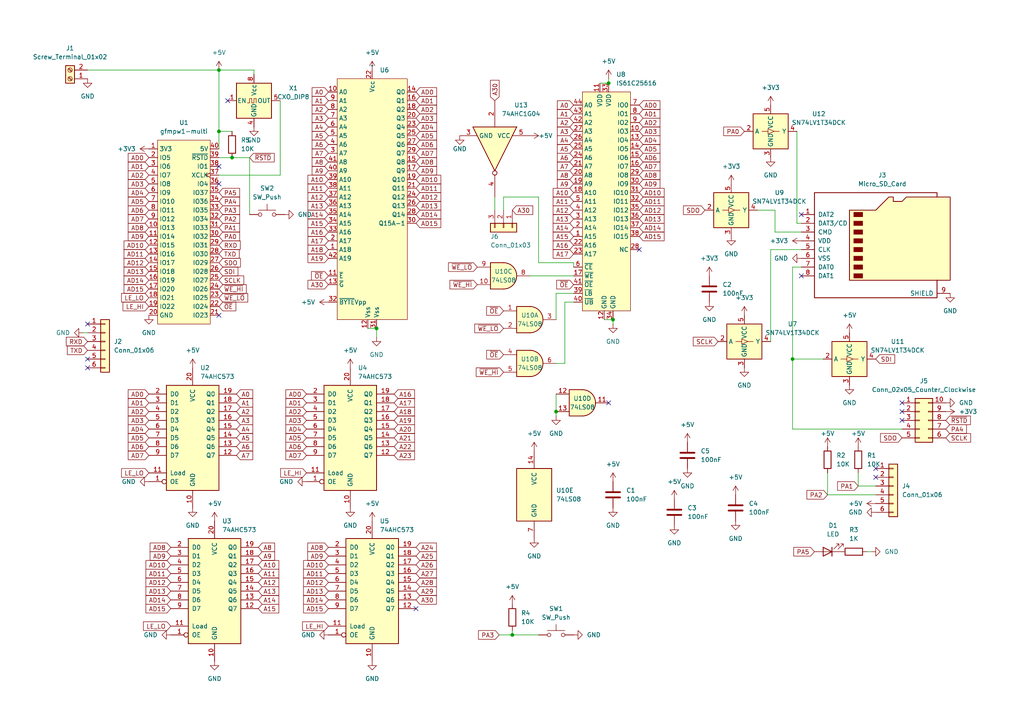
<source format=kicad_sch>
(kicad_sch (version 20231120) (generator "eeschema") (generator_version "8.0")
  (paper "A4")
  (junction (at 148.59 184.15))
  (junction (at 229.87 104.14))
  (junction (at 109.22 95.25))
  (junction (at 63.5 38.1))
  (junction (at 176.53 24.13))
  (junction (at 67.31 45.72))
  (junction (at 63.5 20.32))
  (junction (at 177.8 92.71))
  (junction (at 161.29 119.38))
  (no_connect (at 63.5 48.26))
  (no_connect (at 25.4 93.98))
  (no_connect (at 261.62 116.84))
  (no_connect (at 25.4 106.68))
  (no_connect (at 254 138.43))
  (no_connect (at 63.5 53.34))
  (no_connect (at 185.42 72.39))
  (no_connect (at 120.65 176.53))
  (no_connect (at 63.5 91.44))
  (no_connect (at 176.53 116.84))
  (no_connect (at 261.62 121.92))
  (no_connect (at 232.41 62.23))
  (no_connect (at 25.4 104.14))
  (no_connect (at 254 135.89))
  (no_connect (at 66.04 29.21))
  (no_connect (at 261.62 119.38))
  (no_connect (at 232.41 80.01))
  (wire (pts (xy 63.5 20.32) (xy 73.66 20.32)))
  (wire (pts (xy 176.53 22.86) (xy 176.53 24.13)))
  (wire (pts (xy 72.39 45.72) (xy 67.31 45.72)))
  (wire (pts (xy 229.87 124.46) (xy 229.87 104.14)))
  (wire (pts (xy 81.28 29.21) (xy 81.28 50.8)))
  (wire (pts (xy 232.41 77.47) (xy 229.87 77.47)))
  (wire (pts (xy 161.29 85.09) (xy 166.37 85.09)))
  (wire (pts (xy 156.21 57.15) (xy 156.21 76.2)))
  (wire (pts (xy 109.22 97.79) (xy 109.22 95.25)))
  (wire (pts (xy 63.5 38.1) (xy 67.31 38.1)))
  (wire (pts (xy 223.52 72.39) (xy 223.52 99.06)))
  (wire (pts (xy 156.21 76.2) (xy 166.37 76.2)))
  (wire (pts (xy 229.87 77.47) (xy 229.87 104.14)))
  (wire (pts (xy 248.92 140.97) (xy 254 140.97)))
  (wire (pts (xy 156.21 57.15) (xy 146.05 57.15)))
  (wire (pts (xy 161.29 92.71) (xy 161.29 85.09)))
  (wire (pts (xy 163.83 105.41) (xy 161.29 105.41)))
  (wire (pts (xy 109.22 95.25) (xy 106.68 95.25)))
  (wire (pts (xy 251.46 160.02) (xy 252.73 160.02)))
  (wire (pts (xy 248.92 137.16) (xy 248.92 140.97)))
  (wire (pts (xy 148.59 184.15) (xy 148.59 182.88)))
  (wire (pts (xy 166.37 87.63) (xy 163.83 87.63)))
  (wire (pts (xy 254 143.51) (xy 240.03 143.51)))
  (wire (pts (xy 63.5 20.32) (xy 63.5 38.1)))
  (wire (pts (xy 177.8 93.98) (xy 177.8 92.71)))
  (wire (pts (xy 231.14 38.1) (xy 231.14 64.77)))
  (wire (pts (xy 232.41 72.39) (xy 223.52 72.39)))
  (wire (pts (xy 63.5 45.72) (xy 67.31 45.72)))
  (wire (pts (xy 146.05 57.15) (xy 146.05 60.96)))
  (wire (pts (xy 163.83 87.63) (xy 163.83 105.41)))
  (wire (pts (xy 153.67 80.01) (xy 166.37 80.01)))
  (wire (pts (xy 224.79 60.96) (xy 224.79 67.31)))
  (wire (pts (xy 24.13 96.52) (xy 25.4 96.52)))
  (wire (pts (xy 161.29 114.3) (xy 161.29 119.38)))
  (wire (pts (xy 177.8 92.71) (xy 175.26 92.71)))
  (wire (pts (xy 240.03 143.51) (xy 240.03 137.16)))
  (wire (pts (xy 144.78 184.15) (xy 148.59 184.15)))
  (wire (pts (xy 148.59 184.15) (xy 156.21 184.15)))
  (wire (pts (xy 229.87 124.46) (xy 261.62 124.46)))
  (wire (pts (xy 25.4 20.32) (xy 63.5 20.32)))
  (wire (pts (xy 63.5 38.1) (xy 63.5 43.18)))
  (wire (pts (xy 231.14 64.77) (xy 232.41 64.77)))
  (wire (pts (xy 73.66 21.59) (xy 73.66 20.32)))
  (wire (pts (xy 81.28 50.8) (xy 63.5 50.8)))
  (wire (pts (xy 219.71 60.96) (xy 224.79 60.96)))
  (wire (pts (xy 224.79 67.31) (xy 232.41 67.31)))
  (wire (pts (xy 72.39 62.23) (xy 72.39 45.72)))
  (wire (pts (xy 176.53 24.13) (xy 173.99 24.13)))
  (wire (pts (xy 166.37 76.2) (xy 166.37 77.47)))
  (wire (pts (xy 143.51 57.15) (xy 143.51 60.96)))
  (wire (pts (xy 229.87 104.14) (xy 238.76 104.14)))
  (wire (pts (xy 161.29 119.38) (xy 161.29 120.65)))
  (global_label "A17" (shape input) (at 114.3 116.84 0) (property "Intersheetrefs" "${INTERSHEET_REFS}" (effects (hide yes))))
  (global_label "SCLK" (shape input) (at 63.5 81.28 0) (property "Intersheetrefs" "${INTERSHEET_REFS}" (effects (hide yes))))
  (global_label "AD15" (shape input) (at 185.42 68.58 0) (property "Intersheetrefs" "${INTERSHEET_REFS}" (effects (hide yes))))
  (global_label "A28" (shape input) (at 120.65 168.91 0) (property "Intersheetrefs" "${INTERSHEET_REFS}" (effects (hide yes))))
  (global_label "A30" (shape input) (at 148.59 60.96 0) (property "Intersheetrefs" "${INTERSHEET_REFS}" (effects (hide yes))))
  (global_label "AD6" (shape input) (at 185.42 45.72 0) (property "Intersheetrefs" "${INTERSHEET_REFS}" (effects (hide yes))))
  (global_label "AD7" (shape input) (at 185.42 48.26 0) (property "Intersheetrefs" "${INTERSHEET_REFS}" (effects (hide yes))))
  (global_label "A3" (shape input) (at 95.25 34.29 180) (property "Intersheetrefs" "${INTERSHEET_REFS}" (effects (hide yes))))
  (global_label "AD9" (shape input) (at 43.18 68.58 180) (property "Intersheetrefs" "${INTERSHEET_REFS}" (effects (hide yes))))
  (global_label "AD9" (shape input) (at 185.42 53.34 0) (property "Intersheetrefs" "${INTERSHEET_REFS}" (effects (hide yes))))
  (global_label "A20" (shape input) (at 114.3 124.46 0) (property "Intersheetrefs" "${INTERSHEET_REFS}" (effects (hide yes))))
  (global_label "AD5" (shape input) (at 43.18 127 180) (property "Intersheetrefs" "${INTERSHEET_REFS}" (effects (hide yes))))
  (global_label "A4" (shape input) (at 166.37 40.64 180) (property "Intersheetrefs" "${INTERSHEET_REFS}" (effects (hide yes))))
  (global_label "A24" (shape input) (at 120.65 158.75 0) (property "Intersheetrefs" "${INTERSHEET_REFS}" (effects (hide yes))))
  (global_label "AD0" (shape input) (at 185.42 30.48 0) (property "Intersheetrefs" "${INTERSHEET_REFS}" (effects (hide yes))))
  (global_label "AD0" (shape input) (at 43.18 45.72 180) (property "Intersheetrefs" "${INTERSHEET_REFS}" (effects (hide yes))))
  (global_label "A3" (shape input) (at 166.37 38.1 180) (property "Intersheetrefs" "${INTERSHEET_REFS}" (effects (hide yes))))
  (global_label "AD6" (shape input) (at 43.18 60.96 180) (property "Intersheetrefs" "${INTERSHEET_REFS}" (effects (hide yes))))
  (global_label "A13" (shape input) (at 166.37 63.5 180) (property "Intersheetrefs" "${INTERSHEET_REFS}" (effects (hide yes))))
  (global_label "AD7" (shape input) (at 120.65 44.45 0) (property "Intersheetrefs" "${INTERSHEET_REFS}" (effects (hide yes))))
  (global_label "A12" (shape input) (at 166.37 60.96 180) (property "Intersheetrefs" "${INTERSHEET_REFS}" (effects (hide yes))))
  (global_label "A9" (shape input) (at 95.25 49.53 180) (property "Intersheetrefs" "${INTERSHEET_REFS}" (effects (hide yes))))
  (global_label "A27" (shape input) (at 120.65 166.37 0) (property "Intersheetrefs" "${INTERSHEET_REFS}" (effects (hide yes))))
  (global_label "AD10" (shape input) (at 49.53 163.83 180) (property "Intersheetrefs" "${INTERSHEET_REFS}" (effects (hide yes))))
  (global_label "AD13" (shape input) (at 120.65 59.69 0) (property "Intersheetrefs" "${INTERSHEET_REFS}" (effects (hide yes))))
  (global_label "AD1" (shape input) (at 185.42 33.02 0) (property "Intersheetrefs" "${INTERSHEET_REFS}" (effects (hide yes))))
  (global_label "SCLK" (shape input) (at 208.28 99.06 180) (property "Intersheetrefs" "${INTERSHEET_REFS}" (effects (hide yes))))
  (global_label "SCLK" (shape input) (at 274.32 127 0) (property "Intersheetrefs" "${INTERSHEET_REFS}" (effects (hide yes))))
  (global_label "AD15" (shape input) (at 43.18 83.82 180) (property "Intersheetrefs" "${INTERSHEET_REFS}" (effects (hide yes))))
  (global_label "A22" (shape input) (at 114.3 129.54 0) (property "Intersheetrefs" "${INTERSHEET_REFS}" (effects (hide yes))))
  (global_label "LE_LO" (shape input) (at 49.53 181.61 180) (property "Intersheetrefs" "${INTERSHEET_REFS}" (effects (hide yes))))
  (global_label "A16" (shape input) (at 114.3 114.3 0) (property "Intersheetrefs" "${INTERSHEET_REFS}" (effects (hide yes))))
  (global_label "AD2" (shape input) (at 43.18 50.8 180) (property "Intersheetrefs" "${INTERSHEET_REFS}" (effects (hide yes))))
  (global_label "A8" (shape input) (at 74.93 158.75 0) (property "Intersheetrefs" "${INTERSHEET_REFS}" (effects (hide yes))))
  (global_label "AD2" (shape input) (at 88.9 119.38 180) (property "Intersheetrefs" "${INTERSHEET_REFS}" (effects (hide yes))))
  (global_label "AD3" (shape input) (at 88.9 121.92 180) (property "Intersheetrefs" "${INTERSHEET_REFS}" (effects (hide yes))))
  (global_label "AD8" (shape input) (at 49.53 158.75 180) (property "Intersheetrefs" "${INTERSHEET_REFS}" (effects (hide yes))))
  (global_label "AD10" (shape input) (at 185.42 55.88 0) (property "Intersheetrefs" "${INTERSHEET_REFS}" (effects (hide yes))))
  (global_label "A7" (shape input) (at 95.25 44.45 180) (property "Intersheetrefs" "${INTERSHEET_REFS}" (effects (hide yes))))
  (global_label "A29" (shape input) (at 120.65 171.45 0) (property "Intersheetrefs" "${INTERSHEET_REFS}" (effects (hide yes))))
  (global_label "AD4" (shape input) (at 120.65 36.83 0) (property "Intersheetrefs" "${INTERSHEET_REFS}" (effects (hide yes))))
  (global_label "AD9" (shape input) (at 95.25 161.29 180) (property "Intersheetrefs" "${INTERSHEET_REFS}" (effects (hide yes))))
  (global_label "AD2" (shape input) (at 43.18 119.38 180) (property "Intersheetrefs" "${INTERSHEET_REFS}" (effects (hide yes))))
  (global_label "AD2" (shape input) (at 185.42 35.56 0) (property "Intersheetrefs" "${INTERSHEET_REFS}" (effects (hide yes))))
  (global_label "A1" (shape input) (at 166.37 33.02 180) (property "Intersheetrefs" "${INTERSHEET_REFS}" (effects (hide yes))))
  (global_label "AD7" (shape input) (at 43.18 132.08 180) (property "Intersheetrefs" "${INTERSHEET_REFS}" (effects (hide yes))))
  (global_label "PA0" (shape input) (at 63.5 68.58 0) (property "Intersheetrefs" "${INTERSHEET_REFS}" (effects (hide yes))))
  (global_label "RXD" (shape input) (at 63.5 71.12 0) (property "Intersheetrefs" "${INTERSHEET_REFS}" (effects (hide yes))))
  (global_label "AD7" (shape input) (at 88.9 132.08 180) (property "Intersheetrefs" "${INTERSHEET_REFS}" (effects (hide yes))))
  (global_label "PA4" (shape input) (at 274.32 124.46 0) (property "Intersheetrefs" "${INTERSHEET_REFS}" (effects (hide yes))))
  (global_label "PA2" (shape input) (at 240.03 143.51 180) (property "Intersheetrefs" "${INTERSHEET_REFS}" (effects (hide yes))))
  (global_label "~{OE}" (shape input) (at 63.5 88.9 0) (property "Intersheetrefs" "${INTERSHEET_REFS}" (effects (hide yes))))
  (global_label "AD15" (shape input) (at 95.25 176.53 180) (property "Intersheetrefs" "${INTERSHEET_REFS}" (effects (hide yes))))
  (global_label "A25" (shape input) (at 120.65 161.29 0) (property "Intersheetrefs" "${INTERSHEET_REFS}" (effects (hide yes))))
  (global_label "AD5" (shape input) (at 120.65 39.37 0) (property "Intersheetrefs" "${INTERSHEET_REFS}" (effects (hide yes))))
  (global_label "LE_HI" (shape input) (at 43.18 88.9 180) (property "Intersheetrefs" "${INTERSHEET_REFS}" (effects (hide yes))))
  (global_label "~{WE_HI}" (shape input) (at 63.5 83.82 0) (property "Intersheetrefs" "${INTERSHEET_REFS}" (effects (hide yes))))
  (global_label "AD13" (shape input) (at 95.25 171.45 180) (property "Intersheetrefs" "${INTERSHEET_REFS}" (effects (hide yes))))
  (global_label "AD9" (shape input) (at 120.65 49.53 0) (property "Intersheetrefs" "${INTERSHEET_REFS}" (effects (hide yes))))
  (global_label "A8" (shape input) (at 166.37 50.8 180) (property "Intersheetrefs" "${INTERSHEET_REFS}" (effects (hide yes))))
  (global_label "A5" (shape input) (at 68.58 127 0) (property "Intersheetrefs" "${INTERSHEET_REFS}" (effects (hide yes))))
  (global_label "~{WE_HI}" (shape input) (at 138.43 82.55 180) (property "Intersheetrefs" "${INTERSHEET_REFS}" (effects (hide yes))))
  (global_label "A0" (shape input) (at 68.58 114.3 0) (property "Intersheetrefs" "${INTERSHEET_REFS}" (effects (hide yes))))
  (global_label "~{WE_HI}" (shape input) (at 146.05 107.95 180) (property "Intersheetrefs" "${INTERSHEET_REFS}" (effects (hide yes))))
  (global_label "AD4" (shape input) (at 43.18 55.88 180) (property "Intersheetrefs" "${INTERSHEET_REFS}" (effects (hide yes))))
  (global_label "A11" (shape input) (at 74.93 166.37 0) (property "Intersheetrefs" "${INTERSHEET_REFS}" (effects (hide yes))))
  (global_label "AD14" (shape input) (at 120.65 62.23 0) (property "Intersheetrefs" "${INTERSHEET_REFS}" (effects (hide yes))))
  (global_label "~{OE}" (shape input) (at 95.25 80.01 180) (property "Intersheetrefs" "${INTERSHEET_REFS}" (effects (hide yes))))
  (global_label "AD10" (shape input) (at 95.25 163.83 180) (property "Intersheetrefs" "${INTERSHEET_REFS}" (effects (hide yes))))
  (global_label "~{RSTD}" (shape input) (at 274.32 121.92 0) (property "Intersheetrefs" "${INTERSHEET_REFS}" (effects (hide yes))))
  (global_label "A13" (shape input) (at 95.25 59.69 180) (property "Intersheetrefs" "${INTERSHEET_REFS}" (effects (hide yes))))
  (global_label "A18" (shape input) (at 114.3 119.38 0) (property "Intersheetrefs" "${INTERSHEET_REFS}" (effects (hide yes))))
  (global_label "A26" (shape input) (at 120.65 163.83 0) (property "Intersheetrefs" "${INTERSHEET_REFS}" (effects (hide yes))))
  (global_label "A14" (shape input) (at 74.93 173.99 0) (property "Intersheetrefs" "${INTERSHEET_REFS}" (effects (hide yes))))
  (global_label "AD5" (shape input) (at 88.9 127 180) (property "Intersheetrefs" "${INTERSHEET_REFS}" (effects (hide yes))))
  (global_label "A6" (shape input) (at 95.25 41.91 180) (property "Intersheetrefs" "${INTERSHEET_REFS}" (effects (hide yes))))
  (global_label "A30" (shape input) (at 120.65 173.99 0) (property "Intersheetrefs" "${INTERSHEET_REFS}" (effects (hide yes))))
  (global_label "TXD" (shape input) (at 63.5 73.66 0) (property "Intersheetrefs" "${INTERSHEET_REFS}" (effects (hide yes))))
  (global_label "A11" (shape input) (at 166.37 58.42 180) (property "Intersheetrefs" "${INTERSHEET_REFS}" (effects (hide yes))))
  (global_label "A3" (shape input) (at 68.58 121.92 0) (property "Intersheetrefs" "${INTERSHEET_REFS}" (effects (hide yes))))
  (global_label "AD13" (shape input) (at 49.53 171.45 180) (property "Intersheetrefs" "${INTERSHEET_REFS}" (effects (hide yes))))
  (global_label "AD5" (shape input) (at 185.42 43.18 0) (property "Intersheetrefs" "${INTERSHEET_REFS}" (effects (hide yes))))
  (global_label "AD11" (shape input) (at 43.18 73.66 180) (property "Intersheetrefs" "${INTERSHEET_REFS}" (effects (hide yes))))
  (global_label "AD8" (shape input) (at 185.42 50.8 0) (property "Intersheetrefs" "${INTERSHEET_REFS}" (effects (hide yes))))
  (global_label "SDI" (shape input) (at 63.5 78.74 0) (property "Intersheetrefs" "${INTERSHEET_REFS}" (effects (hide yes))))
  (global_label "A14" (shape input) (at 166.37 66.04 180) (property "Intersheetrefs" "${INTERSHEET_REFS}" (effects (hide yes))))
  (global_label "AD15" (shape input) (at 120.65 64.77 0) (property "Intersheetrefs" "${INTERSHEET_REFS}" (effects (hide yes))))
  (global_label "A15" (shape input) (at 74.93 176.53 0) (property "Intersheetrefs" "${INTERSHEET_REFS}" (effects (hide yes))))
  (global_label "A8" (shape input) (at 95.25 46.99 180) (property "Intersheetrefs" "${INTERSHEET_REFS}" (effects (hide yes))))
  (global_label "AD6" (shape input) (at 88.9 129.54 180) (property "Intersheetrefs" "${INTERSHEET_REFS}" (effects (hide yes))))
  (global_label "SDO" (shape input) (at 63.5 76.2 0) (property "Intersheetrefs" "${INTERSHEET_REFS}" (effects (hide yes))))
  (global_label "A13" (shape input) (at 74.93 171.45 0) (property "Intersheetrefs" "${INTERSHEET_REFS}" (effects (hide yes))))
  (global_label "SDO" (shape input) (at 261.62 127 180) (property "Intersheetrefs" "${INTERSHEET_REFS}" (effects (hide yes))))
  (global_label "A0" (shape input) (at 166.37 30.48 180) (property "Intersheetrefs" "${INTERSHEET_REFS}" (effects (hide yes))))
  (global_label "A6" (shape input) (at 166.37 45.72 180) (property "Intersheetrefs" "${INTERSHEET_REFS}" (effects (hide yes))))
  (global_label "A18" (shape input) (at 95.25 72.39 180) (property "Intersheetrefs" "${INTERSHEET_REFS}" (effects (hide yes))))
  (global_label "A7" (shape input) (at 166.37 48.26 180) (property "Intersheetrefs" "${INTERSHEET_REFS}" (effects (hide yes))))
  (global_label "PA5" (shape input) (at 236.22 160.02 180) (property "Intersheetrefs" "${INTERSHEET_REFS}" (effects (hide yes))))
  (global_label "~{OE}" (shape input) (at 146.05 102.87 180) (property "Intersheetrefs" "${INTERSHEET_REFS}" (effects (hide yes))))
  (global_label "AD12" (shape input) (at 185.42 60.96 0) (property "Intersheetrefs" "${INTERSHEET_REFS}" (effects (hide yes))))
  (global_label "A0" (shape input) (at 95.25 26.67 180) (property "Intersheetrefs" "${INTERSHEET_REFS}" (effects (hide yes))))
  (global_label "AD3" (shape input) (at 43.18 121.92 180) (property "Intersheetrefs" "${INTERSHEET_REFS}" (effects (hide yes))))
  (global_label "SDI" (shape input) (at 254 104.14 0) (property "Intersheetrefs" "${INTERSHEET_REFS}" (effects (hide yes))))
  (global_label "A23" (shape input) (at 114.3 132.08 0) (property "Intersheetrefs" "${INTERSHEET_REFS}" (effects (hide yes))))
  (global_label "AD12" (shape input) (at 43.18 76.2 180) (property "Intersheetrefs" "${INTERSHEET_REFS}" (effects (hide yes))))
  (global_label "PA3" (shape input) (at 63.5 60.96 0) (property "Intersheetrefs" "${INTERSHEET_REFS}" (effects (hide yes))))
  (global_label "A15" (shape input) (at 95.25 64.77 180) (property "Intersheetrefs" "${INTERSHEET_REFS}" (effects (hide yes))))
  (global_label "A30" (shape input) (at 95.25 82.55 180) (property "Intersheetrefs" "${INTERSHEET_REFS}" (effects (hide yes))))
  (global_label "A30" (shape input) (at 143.51 29.21 90) (property "Intersheetrefs" "${INTERSHEET_REFS}" (effects (hide yes))))
  (global_label "~{WE_LO}" (shape input) (at 63.5 86.36 0) (property "Intersheetrefs" "${INTERSHEET_REFS}" (effects (hide yes))))
  (global_label "LE_HI" (shape input) (at 88.9 137.16 180) (property "Intersheetrefs" "${INTERSHEET_REFS}" (effects (hide yes))))
  (global_label "~{OE}" (shape input) (at 146.05 90.17 180) (property "Intersheetrefs" "${INTERSHEET_REFS}" (effects (hide yes))))
  (global_label "A9" (shape input) (at 166.37 53.34 180) (property "Intersheetrefs" "${INTERSHEET_REFS}" (effects (hide yes))))
  (global_label "AD3" (shape input) (at 185.42 38.1 0) (property "Intersheetrefs" "${INTERSHEET_REFS}" (effects (hide yes))))
  (global_label "AD3" (shape input) (at 120.65 34.29 0) (property "Intersheetrefs" "${INTERSHEET_REFS}" (effects (hide yes))))
  (global_label "A6" (shape input) (at 68.58 129.54 0) (property "Intersheetrefs" "${INTERSHEET_REFS}" (effects (hide yes))))
  (global_label "A9" (shape input) (at 74.93 161.29 0) (property "Intersheetrefs" "${INTERSHEET_REFS}" (effects (hide yes))))
  (global_label "AD1" (shape input) (at 43.18 116.84 180) (property "Intersheetrefs" "${INTERSHEET_REFS}" (effects (hide yes))))
  (global_label "TXD" (shape input) (at 25.4 101.6 180) (property "Intersheetrefs" "${INTERSHEET_REFS}" (effects (hide yes))))
  (global_label "AD3" (shape input) (at 43.18 53.34 180) (property "Intersheetrefs" "${INTERSHEET_REFS}" (effects (hide yes))))
  (global_label "AD8" (shape input) (at 120.65 46.99 0) (property "Intersheetrefs" "${INTERSHEET_REFS}" (effects (hide yes))))
  (global_label "A2" (shape input) (at 95.25 31.75 180) (property "Intersheetrefs" "${INTERSHEET_REFS}" (effects (hide yes))))
  (global_label "A19" (shape input) (at 114.3 121.92 0) (property "Intersheetrefs" "${INTERSHEET_REFS}" (effects (hide yes))))
  (global_label "AD14" (shape input) (at 43.18 81.28 180) (property "Intersheetrefs" "${INTERSHEET_REFS}" (effects (hide yes))))
  (global_label "AD11" (shape input) (at 185.42 58.42 0) (property "Intersheetrefs" "${INTERSHEET_REFS}" (effects (hide yes))))
  (global_label "AD10" (shape input) (at 120.65 52.07 0) (property "Intersheetrefs" "${INTERSHEET_REFS}" (effects (hide yes))))
  (global_label "AD1" (shape input) (at 120.65 29.21 0) (property "Intersheetrefs" "${INTERSHEET_REFS}" (effects (hide yes))))
  (global_label "AD11" (shape input) (at 95.25 166.37 180) (property "Intersheetrefs" "${INTERSHEET_REFS}" (effects (hide yes))))
  (global_label "AD0" (shape input) (at 120.65 26.67 0) (property "Intersheetrefs" "${INTERSHEET_REFS}" (effects (hide yes))))
  (global_label "~{RSTD}" (shape input) (at 72.39 45.72 0) (property "Intersheetrefs" "${INTERSHEET_REFS}" (effects (hide yes))))
  (global_label "AD0" (shape input) (at 43.18 114.3 180) (property "Intersheetrefs" "${INTERSHEET_REFS}" (effects (hide yes))))
  (global_label "AD4" (shape input) (at 185.42 40.64 0) (property "Intersheetrefs" "${INTERSHEET_REFS}" (effects (hide yes))))
  (global_label "A2" (shape input) (at 166.37 35.56 180) (property "Intersheetrefs" "${INTERSHEET_REFS}" (effects (hide yes))))
  (global_label "A7" (shape input) (at 68.58 132.08 0) (property "Intersheetrefs" "${INTERSHEET_REFS}" (effects (hide yes))))
  (global_label "AD4" (shape input) (at 43.18 124.46 180) (property "Intersheetrefs" "${INTERSHEET_REFS}" (effects (hide yes))))
  (global_label "A17" (shape input) (at 166.37 73.66 180) (property "Intersheetrefs" "${INTERSHEET_REFS}" (effects (hide yes))))
  (global_label "AD11" (shape input) (at 120.65 54.61 0) (property "Intersheetrefs" "${INTERSHEET_REFS}" (effects (hide yes))))
  (global_label "RXD" (shape input) (at 25.4 99.06 180) (property "Intersheetrefs" "${INTERSHEET_REFS}" (effects (hide yes))))
  (global_label "AD10" (shape input) (at 43.18 71.12 180) (property "Intersheetrefs" "${INTERSHEET_REFS}" (effects (hide yes))))
  (global_label "A5" (shape input) (at 166.37 43.18 180) (property "Intersheetrefs" "${INTERSHEET_REFS}" (effects (hide yes))))
  (global_label "A19" (shape input) (at 95.25 74.93 180) (property "Intersheetrefs" "${INTERSHEET_REFS}" (effects (hide yes))))
  (global_label "AD12" (shape input) (at 95.25 168.91 180) (property "Intersheetrefs" "${INTERSHEET_REFS}" (effects (hide yes))))
  (global_label "SDO" (shape input) (at 204.47 60.96 180) (property "Intersheetrefs" "${INTERSHEET_REFS}" (effects (hide yes))))
  (global_label "AD11" (shape input) (at 49.53 166.37 180) (property "Intersheetrefs" "${INTERSHEET_REFS}" (effects (hide yes))))
  (global_label "A10" (shape input) (at 74.93 163.83 0) (property "Intersheetrefs" "${INTERSHEET_REFS}" (effects (hide yes))))
  (global_label "PA2" (shape input) (at 63.5 63.5 0) (property "Intersheetrefs" "${INTERSHEET_REFS}" (effects (hide yes))))
  (global_label "A11" (shape input) (at 95.25 54.61 180) (property "Intersheetrefs" "${INTERSHEET_REFS}" (effects (hide yes))))
  (global_label "LE_LO" (shape input) (at 43.18 137.16 180) (property "Intersheetrefs" "${INTERSHEET_REFS}" (effects (hide yes))))
  (global_label "AD2" (shape input) (at 120.65 31.75 0) (property "Intersheetrefs" "${INTERSHEET_REFS}" (effects (hide yes))))
  (global_label "~{WE_LO}" (shape input) (at 146.05 95.25 180) (property "Intersheetrefs" "${INTERSHEET_REFS}" (effects (hide yes))))
  (global_label "A5" (shape input) (at 95.25 39.37 180) (property "Intersheetrefs" "${INTERSHEET_REFS}" (effects (hide yes))))
  (global_label "A21" (shape input) (at 114.3 127 0) (property "Intersheetrefs" "${INTERSHEET_REFS}" (effects (hide yes))))
  (global_label "AD13" (shape input) (at 185.42 63.5 0) (property "Intersheetrefs" "${INTERSHEET_REFS}" (effects (hide yes))))
  (global_label "AD14" (shape input) (at 185.42 66.04 0) (property "Intersheetrefs" "${INTERSHEET_REFS}" (effects (hide yes))))
  (global_label "AD5" (shape input) (at 43.18 58.42 180) (property "Intersheetrefs" "${INTERSHEET_REFS}" (effects (hide yes))))
  (global_label "AD12" (shape input) (at 120.65 57.15 0) (property "Intersheetrefs" "${INTERSHEET_REFS}" (effects (hide yes))))
  (global_label "PA0" (shape input) (at 215.9 38.1 180) (property "Intersheetrefs" "${INTERSHEET_REFS}" (effects (hide yes))))
  (global_label "A17" (shape input) (at 95.25 69.85 180) (property "Intersheetrefs" "${INTERSHEET_REFS}" (effects (hide yes))))
  (global_label "AD8" (shape input) (at 43.18 66.04 180) (property "Intersheetrefs" "${INTERSHEET_REFS}" (effects (hide yes))))
  (global_label "A2" (shape input) (at 68.58 119.38 0) (property "Intersheetrefs" "${INTERSHEET_REFS}" (effects (hide yes))))
  (global_label "AD0" (shape input) (at 88.9 114.3 180) (property "Intersheetrefs" "${INTERSHEET_REFS}" (effects (hide yes))))
  (global_label "AD6" (shape input) (at 120.65 41.91 0) (property "Intersheetrefs" "${INTERSHEET_REFS}" (effects (hide yes))))
  (global_label "~{WE_LO}" (shape input) (at 138.43 77.47 180) (property "Intersheetrefs" "${INTERSHEET_REFS}" (effects (hide yes))))
  (global_label "LE_LO" (shape input) (at 43.18 86.36 180) (property "Intersheetrefs" "${INTERSHEET_REFS}" (effects (hide yes))))
  (global_label "AD14" (shape input) (at 95.25 173.99 180) (property "Intersheetrefs" "${INTERSHEET_REFS}" (effects (hide yes))))
  (global_label "A1" (shape input) (at 95.25 29.21 180) (property "Intersheetrefs" "${INTERSHEET_REFS}" (effects (hide yes))))
  (global_label "A10" (shape input) (at 166.37 55.88 180) (property "Intersheetrefs" "${INTERSHEET_REFS}" (effects (hide yes))))
  (global_label "AD7" (shape input) (at 43.18 63.5 180) (property "Intersheetrefs" "${INTERSHEET_REFS}" (effects (hide yes))))
  (global_label "AD9" (shape input) (at 49.53 161.29 180) (property "Intersheetrefs" "${INTERSHEET_REFS}" (effects (hide yes))))
  (global_label "AD6" (shape input) (at 43.18 129.54 180) (property "Intersheetrefs" "${INTERSHEET_REFS}" (effects (hide yes))))
  (global_label "A16" (shape input) (at 166.37 71.12 180) (property "Intersheetrefs" "${INTERSHEET_REFS}" (effects (hide yes))))
  (global_label "PA3" (shape input) (at 144.78 184.15 180) (property "Intersheetrefs" "${INTERSHEET_REFS}" (effects (hide yes))))
  (global_label "A1" (shape input) (at 68.58 116.84 0) (property "Intersheetrefs" "${INTERSHEET_REFS}" (effects (hide yes))))
  (global_label "AD8" (shape input) (at 95.25 158.75 180) (property "Intersheetrefs" "${INTERSHEET_REFS}" (effects (hide yes))))
  (global_label "PA4" (shape input) (at 63.5 58.42 0) (property "Intersheetrefs" "${INTERSHEET_REFS}" (effects (hide yes))))
  (global_label "PA5" (shape input) (at 63.5 55.88 0) (property "Intersheetrefs" "${INTERSHEET_REFS}" (effects (hide yes))))
  (global_label "AD12" (shape input) (at 49.53 168.91 180) (property "Intersheetrefs" "${INTERSHEET_REFS}" (effects (hide yes))))
  (global_label "A15" (shape input) (at 166.37 68.58 180) (property "Intersheetrefs" "${INTERSHEET_REFS}" (effects (hide yes))))
  (global_label "AD1" (shape input) (at 43.18 48.26 180) (property "Intersheetrefs" "${INTERSHEET_REFS}" (effects (hide yes))))
  (global_label "A4" (shape input) (at 68.58 124.46 0) (property "Intersheetrefs" "${INTERSHEET_REFS}" (effects (hide yes))))
  (global_label "AD15" (shape input) (at 49.53 176.53 180) (property "Intersheetrefs" "${INTERSHEET_REFS}" (effects (hide yes))))
  (global_label "A10" (shape input) (at 95.25 52.07 180) (property "Intersheetrefs" "${INTERSHEET_REFS}" (effects (hide yes))))
  (global_label "~{OE}" (shape input) (at 166.37 82.55 180) (property "Intersheetrefs" "${INTERSHEET_REFS}" (effects (hide yes))))
  (global_label "A14" (shape input) (at 95.25 62.23 180) (property "Intersheetrefs" "${INTERSHEET_REFS}" (effects (hide yes))))
  (global_label "AD1" (shape input) (at 88.9 116.84 180) (property "Intersheetrefs" "${INTERSHEET_REFS}" (effects (hide yes))))
  (global_label "A4" (shape input) (at 95.25 36.83 180) (property "Intersheetrefs" "${INTERSHEET_REFS}" (effects (hide yes))))
  (global_label "AD14" (shape input) (at 49.53 173.99 180) (property "Intersheetrefs" "${INTERSHEET_REFS}" (effects (hide yes))))
  (global_label "A16" (shape input) (at 95.25 67.31 180) (property "Intersheetrefs" "${INTERSHEET_REFS}" (effects (hide yes))))
  (global_label "LE_HI" (shape input) (at 95.25 181.61 180) (property "Intersheetrefs" "${INTERSHEET_REFS}" (effects (hide yes))))
  (global_label "PA1" (shape input) (at 248.92 140.97 180) (property "Intersheetrefs" "${INTERSHEET_REFS}" (effects (hide yes))))
  (global_label "PA1" (shape input) (at 63.5 66.04 0) (property "Intersheetrefs" "${INTERSHEET_REFS}" (effects (hide yes))))
  (global_label "A12" (shape input) (at 95.25 57.15 180) (property "Intersheetrefs" "${INTERSHEET_REFS}" (effects (hide yes))))
  (global_label "A12" (shape input) (at 74.93 168.91 0) (property "Intersheetrefs" "${INTERSHEET_REFS}" (effects (hide yes))))
  (global_label "AD13" (shape input) (at 43.18 78.74 180) (property "Intersheetrefs" "${INTERSHEET_REFS}" (effects (hide yes))))
  (global_label "AD4" (shape input) (at 88.9 124.46 180) (property "Intersheetrefs" "${INTERSHEET_REFS}" (effects (hide yes))))
  (symbol (lib_id "Connector_Generic:Conn_02x05_Counter_Clockwise") (at 266.7 121.92 0) (unit 1)
    (property "Reference" "J5" (at 267.97 110.49 0))
    (property "Value" "Conn_02x05_Counter_Clockwise" (at 267.97 113.03 0))
    (property "Footprint" "Connector_PinHeader_2.54mm:PinHeader_2x05_P2.54mm_Vertical" (effects (hide yes)))
  )
  (symbol (lib_id "power:+5V") (at 177.8 139.7 0) (unit 1)
    (property "Reference" "#PWR038" (effects (hide yes)))
    (property "Value" "+5V" (at 177.8 134.62 0))
  )
  (symbol (lib_id "power:+5V") (at 246.38 96.52 0) (unit 1)
    (property "Reference" "#PWR035" (effects (hide yes)))
    (property "Value" "+5V" (at 246.38 91.44 0))
  )
  (symbol (lib_id "power:GND") (at 223.52 45.72 0) (unit 1)
    (property "Reference" "#PWR036" (effects (hide yes)))
    (property "Value" "GND" (at 223.52 50.8 0))
  )
  (symbol (lib_id "power:+5V") (at 63.5 20.32 0) (unit 1)
    (property "Reference" "#PWR05" (effects (hide yes)))
    (property "Value" "+5V" (at 63.5 15.24 0))
  )
  (symbol (lib_id "Device:R") (at 247.65 160.02 90) (unit 1)
    (property "Reference" "R3" (at 247.65 153.67 90))
    (property "Value" "1K" (at 247.65 156.21 90))
    (property "Footprint" "Resistor_THT:R_Axial_DIN0204_L3.6mm_D1.6mm_P7.62mm_Horizontal" (effects (hide yes)))
  )
  (symbol (lib_id "Device:R") (at 67.31 41.91 0) (unit 1)
    (property "Reference" "R5" (at 69.85 40.64 0) (effects (justify left)))
    (property "Value" "10K" (at 69.85 43.18 0) (effects (justify left)))
    (property "Footprint" "Resistor_THT:R_Axial_DIN0204_L3.6mm_D1.6mm_P7.62mm_Horizontal" (effects (hide yes)))
  )
  (symbol (lib_id "power:GND") (at 88.9 139.7 270) (unit 1)
    (property "Reference" "#PWR010" (effects (hide yes)))
    (property "Value" "GND" (at 85.09 139.7 90) (effects (justify right)))
  )
  (symbol (lib_id "Device:R") (at 248.92 133.35 0) (unit 1)
    (property "Reference" "R1" (at 251.46 132.08 0) (effects (justify left)))
    (property "Value" "10K" (at 251.46 134.62 0) (effects (justify left)))
    (property "Footprint" "Resistor_THT:R_Axial_DIN0204_L3.6mm_D1.6mm_P7.62mm_Horizontal" (effects (hide yes)))
  )
  (symbol (lib_id "Logic_LevelTranslator:SN74LV1T34DCK") (at 215.9 99.06 0) (unit 1)
    (property "Reference" "U7" (at 229.87 93.98 0))
    (property "Value" "SN74LV1T34DCK" (at 229.87 96.52 0))
    (property "Footprint" "Package_TO_SOT_SMD:SOT-23-5" (effects (hide yes)))
    (property "Datasheet" "https://www.ti.com/lit/ds/symlink/sn74lv1t34.pdf" (effects (hide yes)))
  )
  (symbol (lib_id "power:GND") (at 213.36 151.13 0) (unit 1)
    (property "Reference" "#PWR045" (effects (hide yes)))
    (property "Value" "GND" (at 213.36 156.21 0))
  )
  (symbol (lib_id "power:+5V") (at 62.23 151.13 0) (unit 1)
    (property "Reference" "#PWR08" (effects (hide yes)))
    (property "Value" "+5V" (at 62.23 146.05 0))
  )
  (symbol (lib_id "Device:C") (at 199.39 132.08 0) (unit 1)
    (property "Reference" "C5" (at 203.2 130.81 0) (effects (justify left)))
    (property "Value" "100nF" (at 203.2 133.35 0) (effects (justify left)))
    (property "Footprint" "Capacitor_THT:C_Disc_D3.8mm_W2.6mm_P2.50mm" (effects (hide yes)))
  )
  (symbol (lib_id "power:+3V3") (at 212.09 53.34 0) (unit 1)
    (property "Reference" "#PWR032" (effects (hide yes)))
    (property "Value" "+3V3" (at 212.09 48.26 0))
  )
  (symbol (lib_id "Logic_LevelTranslator:SN74LV1T34DCK") (at 212.09 60.96 0) (unit 1)
    (property "Reference" "U9" (at 226.06 55.88 0))
    (property "Value" "SN74LV1T34DCK" (at 226.06 58.42 0))
    (property "Footprint" "Package_TO_SOT_SMD:SOT-23-5" (effects (hide yes)))
    (property "Datasheet" "https://www.ti.com/lit/ds/symlink/sn74lv1t34.pdf" (effects (hide yes)))
  )
  (symbol (lib_id "power:+5V") (at 95.25 87.63 90) (unit 1)
    (property "Reference" "#PWR018" (effects (hide yes)))
    (property "Value" "+5V" (at 91.44 87.63 90) (effects (justify left)))
  )
  (symbol (lib_id "power:GND") (at 62.23 191.77 0) (unit 1)
    (property "Reference" "#PWR09" (effects (hide yes)))
    (property "Value" "GND" (at 62.23 196.85 0))
  )
  (symbol (lib_id "Connector_Generic:Conn_01x06") (at 30.48 99.06 0) (unit 1)
    (property "Reference" "J2" (at 33.02 99.06 0) (effects (justify left)))
    (property "Value" "Conn_01x06" (at 33.02 101.6 0) (effects (justify left)))
    (property "Footprint" "Connector_PinSocket_2.54mm:PinSocket_1x06_P2.54mm_Vertical" (effects (hide yes)))
  )
  (symbol (lib_id "74xGxx:74AHC1G04") (at 143.51 44.45 270) (unit 1)
    (property "Reference" "U13" (at 151.13 30.48 90))
    (property "Value" "74AHC1G04" (at 151.13 33.02 90))
    (property "Footprint" "TholinsStuff:SOIC-6" (effects (hide yes)))
    (property "Datasheet" "http://www.ti.com/lit/sg/scyt129e/scyt129e.pdf" (effects (hide yes)))
  )
  (symbol (lib_id "power:+5V") (at 107.95 20.32 0) (unit 1)
    (property "Reference" "#PWR016" (effects (hide yes)))
    (property "Value" "+5V" (at 107.95 15.24 0))
  )
  (symbol (lib_id "power:+5V") (at 148.59 175.26 0) (unit 1)
    (property "Reference" "#PWR053" (effects (hide yes)))
    (property "Value" "+5V" (at 148.59 170.18 0))
  )
  (symbol (lib_id "Connector_Generic:Conn_01x06") (at 259.08 140.97 0) (unit 1)
    (property "Reference" "J4" (at 261.62 140.97 0) (effects (justify left)))
    (property "Value" "Conn_01x06" (at 261.62 143.51 0) (effects (justify left)))
    (property "Footprint" "Connector_PinHeader_2.54mm:PinHeader_1x06_P2.54mm_Vertical" (effects (hide yes)))
  )
  (symbol (lib_id "74xx:74LS08") (at 154.94 143.51 0) (unit 5)
    (property "Reference" "U10" (at 161.29 142.24 0) (effects (justify left)))
    (property "Value" "74LS08" (at 161.29 144.78 0) (effects (justify left)))
    (property "Footprint" "Package_SO:SO-14_3.9x8.65mm_P1.27mm" (effects (hide yes)))
    (property "Datasheet" "http://www.ti.com/lit/gpn/sn74LS08" (effects (hide yes)))
  )
  (symbol (lib_id "power:+3V3") (at 232.41 69.85 90) (unit 1)
    (property "Reference" "#PWR029" (effects (hide yes)))
    (property "Value" "+3V3" (at 228.6 69.85 90) (effects (justify left)))
  )
  (symbol (lib_id "Connector_Generic:Conn_01x03") (at 146.05 66.04 270) (unit 1)
    (property "Reference" "J6" (at 142.24 68.58 90) (effects (justify left)))
    (property "Value" "Conn_01x03" (at 142.24 71.12 90) (effects (justify left)))
    (property "Footprint" "Connector_PinHeader_2.54mm:PinHeader_1x03_P2.54mm_Vertical" (effects (hide yes)))
  )
  (symbol (lib_id "Device:C") (at 205.74 83.82 0) (unit 1)
    (property "Reference" "C2" (at 209.55 82.55 0) (effects (justify left)))
    (property "Value" "100nF" (at 209.55 85.09 0) (effects (justify left)))
    (property "Footprint" "Capacitor_THT:C_Disc_D3.8mm_W2.6mm_P2.50mm" (effects (hide yes)))
  )
  (symbol (lib_id "Oscillator:CXO_DIP8") (at 73.66 29.21 0) (unit 1)
    (property "Reference" "X1" (at 85.09 25.5621 0))
    (property "Value" "CXO_DIP8" (at 85.09 28.1021 0))
    (property "Footprint" "Oscillator:Oscillator_DIP-8" (effects (hide yes)))
    (property "Datasheet" "http://cdn-reichelt.de/documents/datenblatt/B400/OSZI.pdf" (effects (hide yes)))
  )
  (symbol (lib_id "power:GND") (at 215.9 106.68 0) (unit 1)
    (property "Reference" "#PWR031" (effects (hide yes)))
    (property "Value" "GND" (at 215.9 111.76 0))
  )
  (symbol (lib_id "power:GND") (at 275.59 85.09 0) (unit 1)
    (property "Reference" "#PWR027" (effects (hide yes)))
    (property "Value" "GND" (at 275.59 90.17 0))
  )
  (symbol (lib_id "74xx:74LS08") (at 168.91 116.84 0) (unit 4)
    (property "Reference" "U10" (at 168.91 115.57 0))
    (property "Value" "74LS08" (at 168.91 118.11 0))
    (property "Footprint" "Package_SO:SO-14_3.9x8.65mm_P1.27mm" (effects (hide yes)))
    (property "Datasheet" "http://www.ti.com/lit/gpn/sn74LS08" (effects (hide yes)))
  )
  (symbol (lib_id "74xx:74LS573") (at 101.6 127 0) (unit 1)
    (property "Reference" "U4" (at 103.7941 106.68 0) (effects (justify left)))
    (property "Value" "74AHC573" (at 103.7941 109.22 0) (effects (justify left)))
    (property "Footprint" "Package_SO:TSSOP-20_4.4x6.5mm_P0.65mm" (effects (hide yes)))
    (property "Datasheet" "74xx/74hc573.pdf" (effects (hide yes)))
  )
  (symbol (lib_id "power:GND") (at 205.74 87.63 0) (unit 1)
    (property "Reference" "#PWR041" (effects (hide yes)))
    (property "Value" "GND" (at 205.74 92.71 0))
  )
  (symbol (lib_id "74xx:74LS573") (at 62.23 171.45 0) (unit 1)
    (property "Reference" "U3" (at 64.4241 151.13 0) (effects (justify left)))
    (property "Value" "74AHC573" (at 64.4241 153.67 0) (effects (justify left)))
    (property "Footprint" "Package_SO:TSSOP-20_4.4x6.5mm_P0.65mm" (effects (hide yes)))
    (property "Datasheet" "74xx/74hc573.pdf" (effects (hide yes)))
  )
  (symbol (lib_id "Device:C") (at 213.36 147.32 0) (unit 1)
    (property "Reference" "C4" (at 217.17 146.05 0) (effects (justify left)))
    (property "Value" "100nF" (at 217.17 148.59 0) (effects (justify left)))
    (property "Footprint" "Capacitor_THT:C_Disc_D3.8mm_W2.6mm_P2.50mm" (effects (hide yes)))
  )
  (symbol (lib_id "power:GND") (at 73.66 36.83 0) (unit 1)
    (property "Reference" "#PWR055" (effects (hide yes)))
    (property "Value" "GND" (at 73.66 40.64 0))
  )
  (symbol (lib_id "74xx:74LS08") (at 146.05 80.01 0) (unit 3)
    (property "Reference" "U10" (at 146.05 78.74 0))
    (property "Value" "74LS08" (at 146.05 81.28 0))
    (property "Footprint" "Package_SO:SO-14_3.9x8.65mm_P1.27mm" (effects (hide yes)))
    (property "Datasheet" "http://www.ti.com/lit/gpn/sn74LS08" (effects (hide yes)))
  )
  (symbol (lib_id "power:GND") (at 154.94 156.21 0) (unit 1)
    (property "Reference" "#PWR022" (effects (hide yes)))
    (property "Value" "GND" (at 154.94 161.29 0))
  )
  (symbol (lib_id "Device:C") (at 195.58 148.59 0) (unit 1)
    (property "Reference" "C3" (at 199.39 147.32 0) (effects (justify left)))
    (property "Value" "100nF" (at 199.39 149.86 0) (effects (justify left)))
    (property "Footprint" "Capacitor_THT:C_Disc_D3.8mm_W2.6mm_P2.50mm" (effects (hide yes)))
  )
  (symbol (lib_id "Device:R") (at 240.03 133.35 0) (unit 1)
    (property "Reference" "R2" (at 242.57 132.08 0) (effects (justify left)))
    (property "Value" "10K" (at 242.57 134.62 0) (effects (justify left)))
    (property "Footprint" "Resistor_THT:R_Axial_DIN0204_L3.6mm_D1.6mm_P7.62mm_Horizontal" (effects (hide yes)))
  )
  (symbol (lib_id "power:GND") (at 177.8 147.32 0) (unit 1)
    (property "Reference" "#PWR039" (effects (hide yes)))
    (property "Value" "GND" (at 177.8 152.4 0))
  )
  (symbol (lib_id "Tholin:IS61C25616") (at 175.26 22.86 0) (unit 1)
    (property "Reference" "U8" (at 178.7241 21.59 0) (effects (justify left)))
    (property "Value" "IS61C25616" (at 178.7241 24.13 0) (effects (justify left)))
    (property "Footprint" "Package_SO:TSOP-II-44_10.16x18.41mm_P0.8mm" (effects (hide yes)))
    (property "Datasheet" "https://www.tme.eu/Document/5670bd2ca39fa871b1baad2fd9fc9a90/61-64C25616AL-AS.pdf" (effects (hide yes)))
  )
  (symbol (lib_id "Connector:Screw_Terminal_01x02") (at 20.32 22.86 180) (unit 1)
    (property "Reference" "J1" (at 20.32 13.97 0))
    (property "Value" "Screw_Terminal_01x02" (at 20.32 16.51 0))
    (property "Footprint" "TerminalBlock:TerminalBlock_bornier-2_P5.08mm" (effects (hide yes)))
  )
  (symbol (lib_id "power:+5V") (at 248.92 129.54 0) (unit 1)
    (property "Reference" "#PWR050" (effects (hide yes)))
    (property "Value" "+5V" (at 248.92 125.73 0))
  )
  (symbol (lib_id "power:GND") (at 107.95 191.77 0) (unit 1)
    (property "Reference" "#PWR015" (effects (hide yes)))
    (property "Value" "GND" (at 107.95 196.85 0))
  )
  (symbol (lib_id "Device:R") (at 148.59 179.07 0) (unit 1)
    (property "Reference" "R4" (at 151.13 177.8 0) (effects (justify left)))
    (property "Value" "10K" (at 151.13 180.34 0) (effects (justify left)))
    (property "Footprint" "Resistor_THT:R_Axial_DIN0204_L3.6mm_D1.6mm_P7.62mm_Horizontal" (effects (hide yes)))
  )
  (symbol (lib_id "power:+5V") (at 153.67 39.37 270) (unit 1)
    (property "Reference" "#PWR057" (effects (hide yes)))
    (property "Value" "+5V" (at 156.21 39.37 90) (effects (justify left)))
  )
  (symbol (lib_id "power:GND") (at 49.53 184.15 270) (unit 1)
    (property "Reference" "#PWR07" (effects (hide yes)))
    (property "Value" "GND" (at 45.72 184.15 90) (effects (justify right)))
  )
  (symbol (lib_id "power:GND") (at 246.38 111.76 0) (unit 1)
    (property "Reference" "#PWR034" (effects (hide yes)))
    (property "Value" "GND" (at 246.38 116.84 0))
  )
  (symbol (lib_id "power:+3V3") (at 223.52 30.48 0) (unit 1)
    (property "Reference" "#PWR037" (effects (hide yes)))
    (property "Value" "+3V3" (at 223.52 25.4 0))
  )
  (symbol (lib_id "power:GND") (at 95.25 184.15 270) (unit 1)
    (property "Reference" "#PWR011" (effects (hide yes)))
    (property "Value" "GND" (at 91.44 184.15 90) (effects (justify right)))
  )
  (symbol (lib_id "power:GND") (at 25.4 22.86 0) (unit 1)
    (property "Reference" "#PWR01" (effects (hide yes)))
    (property "Value" "GND" (at 25.4 27.94 0))
  )
  (symbol (lib_id "Logic_LevelTranslator:SN74LV1T34DCK") (at 223.52 38.1 0) (unit 1)
    (property "Reference" "U12" (at 237.49 33.02 0))
    (property "Value" "SN74LV1T34DCK" (at 237.49 35.56 0))
    (property "Footprint" "Package_TO_SOT_SMD:SOT-23-5" (effects (hide yes)))
    (property "Datasheet" "https://www.ti.com/lit/ds/symlink/sn74lv1t34.pdf" (effects (hide yes)))
  )
  (symbol (lib_id "power:+5V") (at 176.53 22.86 0) (unit 1)
    (property "Reference" "#PWR019" (effects (hide yes)))
    (property "Value" "+5V" (at 176.53 17.78 0))
  )
  (symbol (lib_id "power:+5V") (at 101.6 106.68 0) (unit 1)
    (property "Reference" "#PWR012" (effects (hide yes)))
    (property "Value" "+5V" (at 101.6 101.6 0))
  )
  (symbol (lib_id "power:+3V3") (at 215.9 91.44 0) (unit 1)
    (property "Reference" "#PWR030" (effects (hide yes)))
    (property "Value" "+3V3" (at 215.9 86.36 0))
  )
  (symbol (lib_id "74xx:74LS573") (at 107.95 171.45 0) (unit 1)
    (property "Reference" "U5" (at 110.1441 151.13 0) (effects (justify left)))
    (property "Value" "74AHC573" (at 110.1441 153.67 0) (effects (justify left)))
    (property "Footprint" "Package_SO:TSSOP-20_4.4x6.5mm_P0.65mm" (effects (hide yes)))
    (property "Datasheet" "74xx/74hc573.pdf" (effects (hide yes)))
  )
  (symbol (lib_id "74xx:74LS08") (at 153.67 105.41 0) (unit 2)
    (property "Reference" "U10" (at 153.67 104.14 0))
    (property "Value" "74LS08" (at 153.67 106.68 0))
    (property "Footprint" "Package_SO:SO-14_3.9x8.65mm_P1.27mm" (effects (hide yes)))
    (property "Datasheet" "http://www.ti.com/lit/gpn/sn74LS08" (effects (hide yes)))
  )
  (symbol (lib_id "Device:LED") (at 240.03 160.02 180) (unit 1)
    (property "Reference" "D1" (at 241.6175 152.4 0))
    (property "Value" "LED" (at 241.6175 154.94 0))
    (property "Footprint" "LED_THT:LED_D5.0mm" (effects (hide yes)))
  )
  (symbol (lib_id "power:GND") (at 43.18 139.7 270) (unit 1)
    (property "Reference" "#PWR06" (effects (hide yes)))
    (property "Value" "GND" (at 39.37 139.7 90) (effects (justify right)))
  )
  (symbol (lib_id "power:GND") (at 101.6 147.32 0) (unit 1)
    (property "Reference" "#PWR013" (effects (hide yes)))
    (property "Value" "GND" (at 101.6 152.4 0))
  )
  (symbol (lib_id "power:+5V") (at 195.58 144.78 0) (unit 1)
    (property "Reference" "#PWR042" (effects (hide yes)))
    (property "Value" "+5V" (at 195.58 139.7 0))
  )
  (symbol (lib_id "power:GND") (at 252.73 160.02 90) (unit 1)
    (property "Reference" "#PWR052" (effects (hide yes)))
    (property "Value" "GND" (at 256.54 160.02 90) (effects (justify right)))
  )
  (symbol (lib_id "power:+5V") (at 154.94 130.81 0) (unit 1)
    (property "Reference" "#PWR023" (effects (hide yes)))
    (property "Value" "+5V" (at 154.94 125.73 0))
  )
  (symbol (lib_id "Tholin:27C160") (at 107.95 50.8 0) (unit 1)
    (property "Reference" "U6" (at 110.1441 20.32 0) (effects (justify left)))
    (property "Value" "~" (at 107.95 19.05 0))
    (property "Footprint" "Package_DIP:DIP-42_W15.24mm" (effects (hide yes)))
  )
  (symbol (lib_id "74xx:74LS573") (at 55.88 127 0) (unit 1)
    (property "Reference" "U2" (at 58.0741 106.68 0) (effects (justify left)))
    (property "Value" "74AHC573" (at 58.0741 109.22 0) (effects (justify left)))
    (property "Footprint" "Package_SO:TSSOP-20_4.4x6.5mm_P0.65mm" (effects (hide yes)))
    (property "Datasheet" "74xx/74hc573.pdf" (effects (hide yes)))
  )
  (symbol (lib_id "power:+3V3") (at 274.32 119.38 270) (unit 1)
    (property "Reference" "#PWR021" (effects (hide yes)))
    (property "Value" "+3V3" (at 278.13 119.38 90) (effects (justify left)))
  )
  (symbol (lib_id "power:GND") (at 199.39 135.89 0) (unit 1)
    (property "Reference" "#PWR047" (effects (hide yes)))
    (property "Value" "GND" (at 199.39 140.97 0))
  )
  (symbol (lib_id "power:+5V") (at 240.03 129.54 0) (unit 1)
    (property "Reference" "#PWR051" (effects (hide yes)))
    (property "Value" "+5V" (at 240.03 125.73 0))
  )
  (symbol (lib_id "power:+5V") (at 213.36 143.51 0) (unit 1)
    (property "Reference" "#PWR044" (effects (hide yes)))
    (property "Value" "+5V" (at 213.36 138.43 0))
  )
  (symbol (lib_id "power:GND") (at 55.88 147.32 0) (unit 1)
    (property "Reference" "#PWR04" (effects (hide yes)))
    (property "Value" "GND" (at 55.88 152.4 0))
  )
  (symbol (lib_id "power:GND") (at 274.32 116.84 90) (unit 1)
    (property "Reference" "#PWR059" (effects (hide yes)))
    (property "Value" "GND" (at 278.13 116.84 90) (effects (justify right)))
  )
  (symbol (lib_id "power:+3V3") (at 43.18 43.18 90) (unit 1)
    (property "Reference" "#PWR026" (effects (hide yes)))
    (property "Value" "+3V3" (at 39.37 43.18 90) (effects (justify left)))
  )
  (symbol (lib_id "power:GND") (at 43.18 91.44 0) (unit 1)
    (property "Reference" "#PWR02" (effects (hide yes)))
    (property "Value" "GND" (at 43.18 96.52 0))
  )
  (symbol (lib_id "power:+5V") (at 199.39 128.27 0) (unit 1)
    (property "Reference" "#PWR046" (effects (hide yes)))
    (property "Value" "+5V" (at 199.39 123.19 0))
  )
  (symbol (lib_id "power:GND") (at 254 148.59 270) (unit 1)
    (property "Reference" "#PWR048" (effects (hide yes)))
    (property "Value" "GND" (at 250.19 148.59 90) (effects (justify right)))
  )
  (symbol (lib_id "74xx:74LS08") (at 153.67 92.71 0) (unit 1)
    (property "Reference" "U10" (at 153.67 91.44 0))
    (property "Value" "74LS08" (at 153.67 93.98 0))
    (property "Footprint" "Package_SO:SO-14_3.9x8.65mm_P1.27mm" (effects (hide yes)))
    (property "Datasheet" "http://www.ti.com/lit/gpn/sn74LS08" (effects (hide yes)))
  )
  (symbol (lib_id "power:GND") (at 161.29 120.65 0) (unit 1)
    (property "Reference" "#PWR024" (effects (hide yes)))
    (property "Value" "GND" (at 161.29 125.73 0))
  )
  (symbol (lib_id "power:+5V") (at 254 146.05 90) (unit 1)
    (property "Reference" "#PWR049" (effects (hide yes)))
    (property "Value" "+5V" (at 250.19 146.05 90) (effects (justify left)))
  )
  (symbol (lib_id "power:GND") (at 212.09 68.58 0) (unit 1)
    (property "Reference" "#PWR033" (effects (hide yes)))
    (property "Value" "GND" (at 212.09 73.66 0))
  )
  (symbol (lib_id "Switch:SW_Push") (at 77.47 62.23 0) (unit 1)
    (property "Reference" "SW2" (at 77.47 54.61 0))
    (property "Value" "SW_Push" (at 77.47 57.15 0))
    (property "Footprint" "Button_Switch_THT:SW_PUSH_6mm" (effects (hide yes)))
  )
  (symbol (lib_id "Tholin:gfmpw1-multi") (at 53.34 39.37 0) (unit 1)
    (property "Reference" "U1" (at 53.34 35.56 0))
    (property "Value" "gfmpw1-multi" (at 53.34 38.1 0))
    (property "Footprint" "Package_DIP:DIP-40_W15.24mm_Socket" (effects (hide yes)))
  )
  (symbol (lib_id "power:GND") (at 133.35 39.37 0) (unit 1)
    (property "Reference" "#PWR058" (effects (hide yes)))
    (property "Value" "GND" (at 133.35 43.18 0))
  )
  (symbol (lib_id "power:GND") (at 232.41 74.93 270) (unit 1)
    (property "Reference" "#PWR028" (effects (hide yes)))
    (property "Value" "GND" (at 228.6 74.93 90) (effects (justify right)))
  )
  (symbol (lib_id "Logic_LevelTranslator:SN74LV1T34DCK") (at 246.38 104.14 0) (unit 1)
    (property "Reference" "U11" (at 260.35 99.06 0))
    (property "Value" "SN74LV1T34DCK" (at 260.35 101.6 0))
    (property "Footprint" "Package_TO_SOT_SMD:SOT-23-5" (effects (hide yes)))
    (property "Datasheet" "https://www.ti.com/lit/ds/symlink/sn74lv1t34.pdf" (effects (hide yes)))
  )
  (symbol (lib_id "power:GND") (at 166.37 184.15 90) (unit 1)
    (property "Reference" "#PWR054" (effects (hide yes)))
    (property "Value" "GND" (at 170.18 184.15 90) (effects (justify right)))
  )
  (symbol (lib_id "power:GND") (at 109.22 97.79 0) (unit 1)
    (property "Reference" "#PWR017" (effects (hide yes)))
    (property "Value" "GND" (at 109.22 102.87 0))
  )
  (symbol (lib_id "power:GND") (at 24.13 96.52 270) (unit 1)
    (property "Reference" "#PWR025" (effects (hide yes)))
    (property "Value" "GND" (at 20.32 96.52 90) (effects (justify right)))
  )
  (symbol (lib_id "power:+5V") (at 107.95 151.13 0) (unit 1)
    (property "Reference" "#PWR014" (effects (hide yes)))
    (property "Value" "+5V" (at 107.95 146.05 0))
  )
  (symbol (lib_id "power:+5V") (at 55.88 106.68 0) (unit 1)
    (property "Reference" "#PWR03" (effects (hide yes)))
    (property "Value" "+5V" (at 55.88 101.6 0))
  )
  (symbol (lib_id "power:+3V3") (at 205.74 80.01 0) (unit 1)
    (property "Reference" "#PWR040" (effects (hide yes)))
    (property "Value" "+3V3" (at 205.74 74.93 0))
  )
  (symbol (lib_id "Connector:Micro_SD_Card") (at 255.27 69.85 0) (unit 1)
    (property "Reference" "J3" (at 255.905 50.8 0))
    (property "Value" "Micro_SD_Card" (at 255.905 53.34 0))
    (property "Footprint" "Connector_Card:microSD_HC_Hirose_DM3AT-SF-PEJM5" (effects (hide yes)))
    (property "Datasheet" "http://katalog.we-online.de/em/datasheet/693072010801.pdf" (effects (hide yes)))
  )
  (symbol (lib_id "power:GND") (at 177.8 93.98 0) (unit 1)
    (property "Reference" "#PWR020" (effects (hide yes)))
    (property "Value" "GND" (at 177.8 99.06 0))
  )
  (symbol (lib_id "Switch:SW_Push") (at 161.29 184.15 0) (unit 1)
    (property "Reference" "SW1" (at 161.29 176.53 0))
    (property "Value" "SW_Push" (at 161.29 179.07 0))
    (property "Footprint" "Button_Switch_THT:SW_PUSH_6mm" (effects (hide yes)))
  )
  (symbol (lib_id "power:GND") (at 195.58 152.4 0) (unit 1)
    (property "Reference" "#PWR043" (effects (hide yes)))
    (property "Value" "GND" (at 195.58 157.48 0))
  )
  (symbol (lib_id "power:GND") (at 82.55 62.23 90) (unit 1)
    (property "Reference" "#PWR056" (effects (hide yes)))
    (property "Value" "GND" (at 86.36 62.23 90) (effects (justify right)))
  )
  (symbol (lib_id "Device:C") (at 177.8 143.51 0) (unit 1)
    (property "Reference" "C1" (at 181.61 142.24 0) (effects (justify left)))
    (property "Value" "100nF" (at 181.61 144.78 0) (effects (justify left)))
    (property "Footprint" "Capacitor_THT:C_Disc_D3.8mm_W2.6mm_P2.50mm" (effects (hide yes)))
  )
)
</source>
